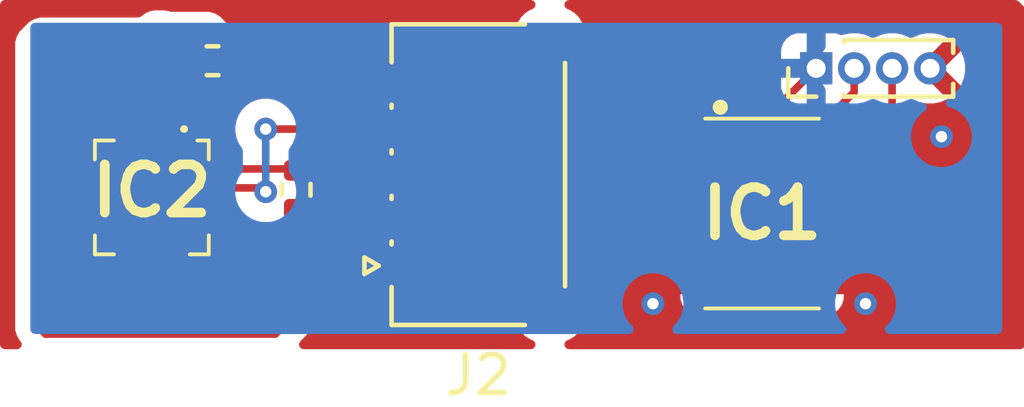
<source format=kicad_pcb>
(kicad_pcb (version 20241229) (generator "pcbnew") (generator_version "9.0")
  (layers (0 "F.Cu" signal) (2 "B.Cu" signal) (13 "F.Paste" user) (15 "B.Paste" user) (5 "F.SilkS" user "F.Silkscreen") (7 "B.SilkS" user "B.Silkscreen") (1 "F.Mask" user) (3 "B.Mask" user) (25 "Edge.Cuts" user))
  (net 0 "")
  (net 1 "GND")
  (net 2 "+3.3V")
  (net 3 "SDI")
  (net 5 "SCLK")
  (net 6 "Net-(IC2-VDD)")
  (net 7 "Net-(IC2-CAP)")
  (net 11 "INT")
  (net 16 "SCL")
  (net 17 "SDA")
  (footprint "Resistor_SMD:R_0402_1005Metric" (layer "F.Cu") (at 136.4 146.8 180)
    (property "Reference" "2.7k1" (hide yes))
    (property "Value" "R" (hide yes))
    (fp_line (start -0.153641 0.38) (end 0.153641 0.38) (stroke (width 0.12)) (layer "F.SilkS"))
    (fp_line (start -0.153641 -0.38) (end 0.153641 -0.38) (stroke (width 0.12)) (layer "F.SilkS"))
    (pad "1" smd roundrect (at -0.51 0 180) (size 0.54 0.64) (layers "F.Cu" "F.Mask" "F.Paste") (net 2 "+3.3V"))
    (pad "2" smd roundrect (at 0.51 0 180) (size 0.54 0.64) (layers "F.Cu" "F.Mask" "F.Paste") (net 16 "SCL"))
  )
  (footprint "Capacitor_SMD:C_01005_0402Metric_Pad0.57x0.30mm_HandSolder" (layer "F.Cu") (at 134.4 153.4)
    (property "Reference" "10u1" (hide yes))
    (property "Value" "C" (hide yes))
    (pad "1" smd roundrect (at -0.3375 0) (size 0.575 0.3) (layers "F.Cu" "F.Mask") (net 1 "GND"))
    (pad "2" smd roundrect (at 0.3375 0) (size 0.575 0.3) (layers "F.Cu" "F.Mask") (net 7 "Net-(IC2-CAP)"))
  )
  (footprint "Magneto:MMC5983MA" (layer "F.Cu") (at 134.8 150.4)
    (property "Reference" "IC2" (at 0 -0.175 0) (layer "F.SilkS") (effects (font (size 1.27 1.27) (thickness 0.254))))
    (property "Value" "MMC5983MA" (hide yes))
    (fp_line (start -1.5 -1.5) (end -1.5 -1) (stroke (width 0.1)) (layer "F.SilkS"))
    (fp_line (start -1.5 1) (end -1.5 1.5) (stroke (width 0.1)) (layer "F.SilkS"))
    (fp_line (start -1.5 1.5) (end -1 1.5) (stroke (width 0.1)) (layer "F.SilkS"))
    (fp_line (start -1 -1.5) (end -1.5 -1.5) (stroke (width 0.1)) (layer "F.SilkS"))
    (fp_line (start 0.8 -1.8) (end 0.8 -1.8) (stroke (width 0.1)) (layer "F.SilkS"))
    (fp_line (start 0.9 -1.8) (end 0.9 -1.8) (stroke (width 0.1)) (layer "F.SilkS"))
    (fp_line (start 1 1.5) (end 1.5 1.5) (stroke (width 0.1)) (layer "F.SilkS"))
    (fp_line (start 1.2 -1.5) (end 1.5 -1.5) (stroke (width 0.1)) (layer "F.SilkS"))
    (fp_line (start 1.5 -1.5) (end 1.5 -1) (stroke (width 0.1)) (layer "F.SilkS"))
    (fp_line (start 1.5 1.5) (end 1.5 1) (stroke (width 0.1)) (layer "F.SilkS"))
    (fp_arc (start 0.8 -1.8) (mid 0.85 -1.85) (end 0.9 -1.8) (stroke (width 0.1)) (layer "F.SilkS"))
    (fp_arc (start 0.9 -1.8) (mid 0.85 -1.75) (end 0.8 -1.8) (stroke (width 0.1)) (layer "F.SilkS"))
    (pad "1" smd rect (at 0.75 -1.275) (size 0.3 0.45) (layers "F.Cu" "F.Mask" "F.Paste") (net 16 "SCL"))
    (pad "2" smd rect (at 0.25 -1.275) (size 0.3 0.45) (layers "F.Cu" "F.Mask" "F.Paste") (net 6 "Net-(IC2-VDD)"))
    (pad "3" smd rect (at -0.25 -1.275) (size 0.3 0.45) (layers "F.Cu" "F.Mask" "F.Paste"))
    (pad "4" smd rect (at -0.75 -1.275) (size 0.3 0.45) (layers "F.Cu" "F.Mask" "F.Paste"))
    (pad "5" smd rect (at -1.275 -0.75 90) (size 0.3 0.45) (layers "F.Cu" "F.Mask" "F.Paste"))
    (pad "6" smd rect (at -1.275 -0.25 90) (size 0.3 0.45) (layers "F.Cu" "F.Mask" "F.Paste"))
    (pad "7" smd rect (at -1.275 0.25 90) (size 0.3 0.45) (layers "F.Cu" "F.Mask" "F.Paste"))
    (pad "8" smd rect (at -1.275 0.75 90) (size 0.3 0.45) (layers "F.Cu" "F.Mask" "F.Paste"))
    (pad "9" smd rect (at -0.75 1.275) (size 0.3 0.45) (layers "F.Cu" "F.Mask" "F.Paste") (net 1 "GND"))
    (pad "10" smd rect (at -0.25 1.275) (size 0.3 0.45) (layers "F.Cu" "F.Mask" "F.Paste") (net 7 "Net-(IC2-CAP)"))
    (pad "11" smd rect (at 0.25 1.275) (size 0.3 0.45) (layers "F.Cu" "F.Mask" "F.Paste") (net 1 "GND"))
    (pad "12" smd rect (at 0.75 1.275) (size 0.3 0.45) (layers "F.Cu" "F.Mask" "F.Paste"))
    (pad "13" smd rect (at 1.275 0.75 90) (size 0.3 0.45) (layers "F.Cu" "F.Mask" "F.Paste") (net 2 "+3.3V"))
    (pad "14" smd rect (at 1.275 0.25 90) (size 0.3 0.45) (layers "F.Cu" "F.Mask" "F.Paste"))
    (pad "15" smd rect (at 1.275 -0.25 90) (size 0.3 0.45) (layers "F.Cu" "F.Mask" "F.Paste") (net 11 "INT"))
    (pad "16" smd rect (at 1.275 -0.75 90) (size 0.3 0.45) (layers "F.Cu" "F.Mask" "F.Paste") (net 17 "SDA"))
  )
  (footprint "Resistor_SMD:R_0402_1005Metric" (layer "F.Cu") (at 138.6 150.2 90)
    (property "Reference" "2.7k2" (hide yes))
    (property "Value" "R" (hide yes))
    (fp_line (start -0.153641 -0.38) (end 0.153641 -0.38) (stroke (width 0.12)) (layer "F.SilkS"))
    (fp_line (start -0.153641 0.38) (end 0.153641 0.38) (stroke (width 0.12)) (layer "F.SilkS"))
    (pad "1" smd roundrect (at -0.51 0 90) (size 0.54 0.64) (layers "F.Cu" "F.Mask" "F.Paste") (net 2 "+3.3V"))
    (pad "2" smd roundrect (at 0.51 0 90) (size 0.54 0.64) (layers "F.Cu" "F.Mask" "F.Paste") (net 17 "SDA"))
  )
  (footprint "Capacitor_SMD:C_01005_0402Metric_Pad0.57x0.30mm_HandSolder" (layer "F.Cu") (at 148.2 151.2 90)
    (property "Reference" "100n1" (hide yes))
    (property "Value" "C" (hide yes))
    (pad "1" smd roundrect (at -0.3375 0 90) (size 0.575 0.3) (layers "F.Cu" "F.Mask") (net 1 "GND"))
    (pad "2" smd roundrect (at 0.3375 0 90) (size 0.575 0.3) (layers "F.Cu" "F.Mask") (net 2 "+3.3V"))
  )
  (footprint "Connector_PinHeader_1.00mm:PinHeader_1x04_P1.00mm_Vertical" (layer "F.Cu") (at 152.3 147 90)
    (property "Reference" "J1" (hide yes))
    (property "Value" "Conn_01x04_Pin" (hide yes))
    (fp_line (start -0.745 -0.735) (end 0 -0.735) (stroke (width 0.12)) (layer "F.SilkS"))
    (fp_line (start -0.745 0) (end -0.745 -0.735) (stroke (width 0.12)) (layer "F.SilkS"))
    (fp_line (start 0.745 0.735) (end 0.745 3.61) (stroke (width 0.12)) (layer "F.SilkS"))
    (fp_line (start 0.685565 0.735) (end 0.745 0.735) (stroke (width 0.12)) (layer "F.SilkS"))
    (fp_line (start -0.745 0.735) (end -0.685565 0.735) (stroke (width 0.12)) (layer "F.SilkS"))
    (fp_line (start -0.745 0.735) (end -0.745 3.61) (stroke (width 0.12)) (layer "F.SilkS"))
    (fp_line (start 0.41003 3.61) (end 0.745 3.61) (stroke (width 0.12)) (layer "F.SilkS"))
    (fp_line (start -0.745 3.61) (end -0.41003 3.61) (stroke (width 0.12)) (layer "F.SilkS"))
    (pad "1" thru_hole rect (at 0 0 90) (size 0.85 0.85) (drill 0.5) (layers "*.Cu" "*.Mask") (net 2 "+3.3V"))
    (pad "2" thru_hole circle (at 0 1 90) (size 0.85 0.85) (drill 0.5) (layers "*.Cu" "*.Mask") (net 5 "SCLK"))
    (pad "3" thru_hole circle (at 0 2 90) (size 0.85 0.85) (drill 0.5) (layers "*.Cu" "*.Mask") (net 3 "SDI"))
    (pad "4" thru_hole circle (at 0 3 90) (size 0.85 0.85) (drill 0.5) (layers "*.Cu" "*.Mask") (net 1 "GND"))
  )
  (footprint "KiCad:MS5607-02BA03" (layer "F.Cu") (at 150.875 150.825)
    (property "Reference" "IC1" (at 0 0 0) (layer "F.SilkS") (effects (font (size 1.27 1.27) (thickness 0.254))))
    (property "Value" "MS560702BA03-50" (hide yes))
    (fp_line (start -1.5 -2.5) (end 1.5 -2.5) (stroke (width 0.1)) (layer "F.SilkS"))
    (fp_line (start -1.5 2.5) (end 1.5 2.5) (stroke (width 0.1)) (layer "F.SilkS"))
    (fp_circle (center -1.1 -2.8) (end -1.1 -2.7) (stroke (width 0.2)) (fill no) (layer "F.SilkS"))
    (pad "1" smd rect (at -1.1 -1.875 90) (size 0.6 1.1) (layers "F.Cu" "F.Mask" "F.Paste") (net 2 "+3.3V"))
    (pad "2" smd rect (at -1.1 -0.625 90) (size 0.6 1.1) (layers "F.Cu" "F.Mask" "F.Paste") (net 2 "+3.3V"))
    (pad "3" smd rect (at -1.1 0.625 90) (size 0.6 1.1) (layers "F.Cu" "F.Mask" "F.Paste") (net 1 "GND"))
    (pad "4" smd rect (at -1.1 1.875 90) (size 0.6 1.1) (layers "F.Cu" "F.Mask" "F.Paste") (net 1 "GND"))
    (pad "5" smd rect (at 1.1 1.875 90) (size 0.6 1.1) (layers "F.Cu" "F.Mask" "F.Paste") (net 1 "GND"))
    (pad "6" smd rect (at 1.1 0.625 90) (size 0.6 1.1) (layers "F.Cu" "F.Mask" "F.Paste"))
    (pad "7" smd rect (at 1.1 -0.625 90) (size 0.6 1.1) (layers "F.Cu" "F.Mask" "F.Paste") (net 3 "SDI"))
    (pad "8" smd rect (at 1.1 -1.875 90) (size 0.6 1.1) (layers "F.Cu" "F.Mask" "F.Paste") (net 5 "SCLK"))
  )
  (footprint "Connector_Hirose:Hirose_DF57H-5P-1.2V_1x05_P1.2mm_Socket" (layer "F.Cu") (at 143.4 149.8 90)
    (property "Reference" "J2" (at -5.2875 0 0) (layer "F.SilkS"))
    (property "Value" "Conn_01x05_Pin" (hide yes))
    (fp_line (start -2.183494 -3) (end -2.616506 -3) (stroke (width 0.12)) (layer "F.SilkS"))
    (fp_line (start -2.616506 -3) (end -2.4 -2.625) (stroke (width 0.12)) (layer "F.SilkS"))
    (fp_line (start -2.4 -2.625) (end -2.183494 -3) (stroke (width 0.12)) (layer "F.SilkS"))
    (fp_line (start 3.96 -2.285) (end 3.96 1.2275) (stroke (width 0.12)) (layer "F.SilkS"))
    (fp_line (start 2.96 -2.285) (end 3.96 -2.285) (stroke (width 0.12)) (layer "F.SilkS"))
    (fp_line (start 1.76 -2.285) (end 1.84 -2.285) (stroke (width 0.12)) (layer "F.SilkS"))
    (fp_line (start 0.56 -2.285) (end 0.64 -2.285) (stroke (width 0.12)) (layer "F.SilkS"))
    (fp_line (start -0.64 -2.285) (end -0.56 -2.285) (stroke (width 0.12)) (layer "F.SilkS"))
    (fp_line (start -1.84 -2.285) (end -1.76 -2.285) (stroke (width 0.12)) (layer "F.SilkS"))
    (fp_line (start -3.96 -2.285) (end -2.96 -2.285) (stroke (width 0.12)) (layer "F.SilkS"))
    (fp_line (start -3.96 1.2275) (end -3.96 -2.285) (stroke (width 0.12)) (layer "F.SilkS"))
    (fp_line (start 2.94 2.285) (end -2.94 2.285) (stroke (width 0.12)) (layer "F.SilkS"))
    (pad "" smd roundrect (at -3.55 1.8875 90) (size 0.7 0.8) (layers "F.Cu" "F.Mask" "F.Paste"))
    (pad "" smd roundrect (at 3.55 1.8875 90) (size 0.7 0.8) (layers "F.Cu" "F.Mask" "F.Paste"))
    (pad "1" smd roundrect (at -2.4 -1.8875 90) (size 0.6 0.85) (layers "F.Cu" "F.Mask" "F.Paste") (net 2 "+3.3V"))
    (pad "2" smd roundrect (at -1.2 -1.8875 90) (size 0.6 0.85) (layers "F.Cu" "F.Mask" "F.Paste") (net 17 "SDA"))
    (pad "3" smd roundrect (at 0 -1.8875 90) (size 0.6 0.85) (layers "F.Cu" "F.Mask" "F.Paste") (net 16 "SCL"))
    (pad "4" smd roundrect (at 1.2 -1.8875 90) (size 0.6 0.85) (layers "F.Cu" "F.Mask" "F.Paste") (net 11 "INT"))
    (pad "5" smd roundrect (at 2.4 -1.8875 90) (size 0.6 0.85) (layers "F.Cu" "F.Mask" "F.Paste") (net 1 "GND"))
    (zone (net 0) (net_name "") (layer "F.Cu") (name "keepout") (connect_pads (clearance 0)) (min_thickness 0.25)
      (keepout (tracks not_allowed) (vias not_allowed) (pads allowed) (copperpour not_allowed) (footprints allowed))
      (fill (thermal_gap 0.5) (thermal_bridge_width 0.5))
      (polygon (pts (xy 141.9375 152.85) (xy 141.9375 146.75) (xy 143.1375 146.75) (xy 143.1375 152.85)))
    )
  )
  (footprint "Capacitor_SMD:C_01005_0402Metric_Pad0.57x0.30mm_HandSolder" (layer "F.Cu") (at 135 146.6 90)
    (property "Reference" "1u1" (hide yes))
    (property "Value" "C" (hide yes))
    (pad "1" smd roundrect (at -0.3375 0 90) (size 0.575 0.3) (layers "F.Cu" "F.Mask") (net 6 "Net-(IC2-VDD)"))
    (pad "2" smd roundrect (at 0.3375 0 90) (size 0.575 0.3) (layers "F.Cu" "F.Mask") (net 2 "+3.3V"))
  )
  (segment (start 134.05 153.3875) (end 134.0625 153.4) (width 0.2) (layer "F.Cu") (net 1))
  (segment (start 134.05 151.675) (end 134.05 153.3875) (width 0.2) (layer "F.Cu") (net 1))
  (via (at 155.6 148.8) (size 0.6) (drill 0.3) (layers "F.Cu" "B.Cu") (net 1))
  (via (at 153.6 153.2) (size 0.6) (drill 0.3) (layers "F.Cu" "B.Cu") (net 1))
  (via (at 148 153.2) (size 0.6) (drill 0.3) (layers "F.Cu" "B.Cu") (net 1))
  (segment (start 131.8 146.4) (end 131.8 153.8) (width 0.2) (layer "F.Cu") (net 2))
  (segment (start 138.6 150.71) (end 140.0225 150.71) (width 0.2) (layer "F.Cu") (net 2))
  (segment (start 148.8625 150.2) (end 148.2 150.8625) (width 0.2) (layer "F.Cu") (net 2))
  (segment (start 149.775 150.2) (end 148.8625 150.2) (width 0.2) (layer "F.Cu") (net 2))
  (segment (start 148.0475 150.71) (end 148.2 150.8625) (width 0.2) (layer "F.Cu") (net 2))
  (segment (start 135.149999 146.112501) (end 136.222501 146.112501) (width 0.2) (layer "F.Cu") (net 2))
  (segment (start 132 154) (end 138.049943 154) (width 0.2) (layer "F.Cu") (net 2))
  (segment (start 140.0225 150.71) (end 141.5125 152.2) (width 0.2) (layer "F.Cu") (net 2))
  (segment (start 131.8 153.8) (end 132 154) (width 0.2) (layer "F.Cu") (net 2))
  (segment (start 131.9375 146.2625) (end 131.8 146.4) (width 0.2) (layer "F.Cu") (net 2))
  (segment (start 135 146.2625) (end 131.9375 146.2625) (width 0.2) (layer "F.Cu") (net 2))
  (segment (start 150.35 148.95) (end 152.3 147) (width 0.2) (layer "F.Cu") (net 2))
  (segment (start 136.075 151.15) (end 138.16 151.15) (width 0.2) (layer "F.Cu") (net 2))
  (segment (start 138.16 151.15) (end 138.6 150.71) (width 0.2) (layer "F.Cu") (net 2))
  (segment (start 135 146.2625) (end 135.149999 146.112501) (width 0.2) (layer "F.Cu") (net 2))
  (segment (start 138.6 153.449943) (end 138.6 150.71) (width 0.2) (layer "F.Cu") (net 2))
  (segment (start 149.775 150.2) (end 149.775 148.95) (width 0.2) (layer "F.Cu") (net 2))
  (segment (start 149.775 148.95) (end 150.35 148.95) (width 0.2) (layer "F.Cu") (net 2))
  (segment (start 136.222501 146.112501) (end 136.91 146.8) (width 0.2) (layer "F.Cu") (net 2))
  (segment (start 138.049943 154) (end 138.6 153.449943) (width 0.2) (layer "F.Cu") (net 2))
  (segment (start 154.3 148.125) (end 154.3 147) (width 0.2) (layer "F.Cu") (net 3))
  (segment (start 151.975 150.2) (end 152.225 150.2) (width 0.2) (layer "F.Cu") (net 3))
  (segment (start 152.225 150.2) (end 154.3 148.125) (width 0.2) (layer "F.Cu") (net 3))
  (segment (start 151.975 148.95) (end 153.3 147.625) (width 0.2) (layer "F.Cu") (net 5))
  (segment (start 153.3 147.625) (end 153.3 147) (width 0.2) (layer "F.Cu") (net 5))
  (segment (start 135 149.075) (end 135.05 149.125) (width 0.2) (layer "F.Cu") (net 6))
  (segment (start 135 146.9375) (end 135 149.075) (width 0.2) (layer "F.Cu") (net 6))
  (segment (start 134.55 153.066176) (end 134.7375 153.253676) (width 0.2) (layer "F.Cu") (net 7))
  (segment (start 134.7375 153.253676) (end 134.7375 153.4) (width 0.2) (layer "F.Cu") (net 7))
  (segment (start 134.55 151.675) (end 134.55 153.066176) (width 0.2) (layer "F.Cu") (net 7))
  (segment (start 136.075 150.15) (end 137.7 150.15) (width 0.2) (layer "F.Cu") (net 11))
  (segment (start 137.7 150.15) (end 137.8 150.25) (width 0.2) (layer "F.Cu") (net 11))
  (segment (start 137.8 148.6) (end 141.5125 148.6) (width 0.2) (layer "F.Cu") (net 11))
  (via (at 137.8 150.25) (size 0.6) (drill 0.3) (layers "F.Cu" "B.Cu") (net 11))
  (via (at 137.8 148.6) (size 0.6) (drill 0.3) (layers "F.Cu" "B.Cu") (net 11))
  (segment (start 137.8 150.25) (end 137.8 148.6) (width 0.2) (layer "B.Cu") (net 11))
  (segment (start 135.89 146.8) (end 135.89 147.8) (width 0.2) (layer "F.Cu") (net 16))
  (segment (start 135.89 148.785) (end 135.55 149.125) (width 0.2) (layer "F.Cu") (net 16))
  (segment (start 135.89 147.8) (end 135.89 148.785) (width 0.2) (layer "F.Cu") (net 16))
  (segment (start 136.075 149.65) (end 138.56 149.65) (width 0.2) (layer "F.Cu") (net 17))
  (segment (start 140.2025 149.69) (end 141.5125 151) (width 0.2) (layer "F.Cu") (net 17))
  (segment (start 138.6 149.69) (end 140.2025 149.69) (width 0.2) (layer "F.Cu") (net 17))
  (segment (start 138.56 149.65) (end 138.6 149.69) (width 0.2) (layer "F.Cu") (net 17))
  (zone (net 1) (net_name "GND") (layer "F.Cu") (connect_pads (clearance 0.5)) (min_thickness 0.25) (fill yes (thermal_gap 0.5) (thermal_bridge_width 0.5) (island_removal_mode 1) (island_area_min 10))
    (polygon (pts (xy 130.8 145.2) (xy 130.8 154.4) (xy 157.8 154.4) (xy 157.8 145.4) (xy 157.6 145.2)))
  )
  (zone (net 2) (net_name "+3.3V") (layer "B.Cu") (priority 1) (connect_pads (clearance 0.5)) (min_thickness 0.25) (fill yes (thermal_gap 0.5) (thermal_bridge_width 0.5))
    (polygon (pts (xy 131.6 145.8) (xy 157.2 145.8) (xy 157.2 154) (xy 139.6 154) (xy 131.6 154)))
  )
)
</source>
